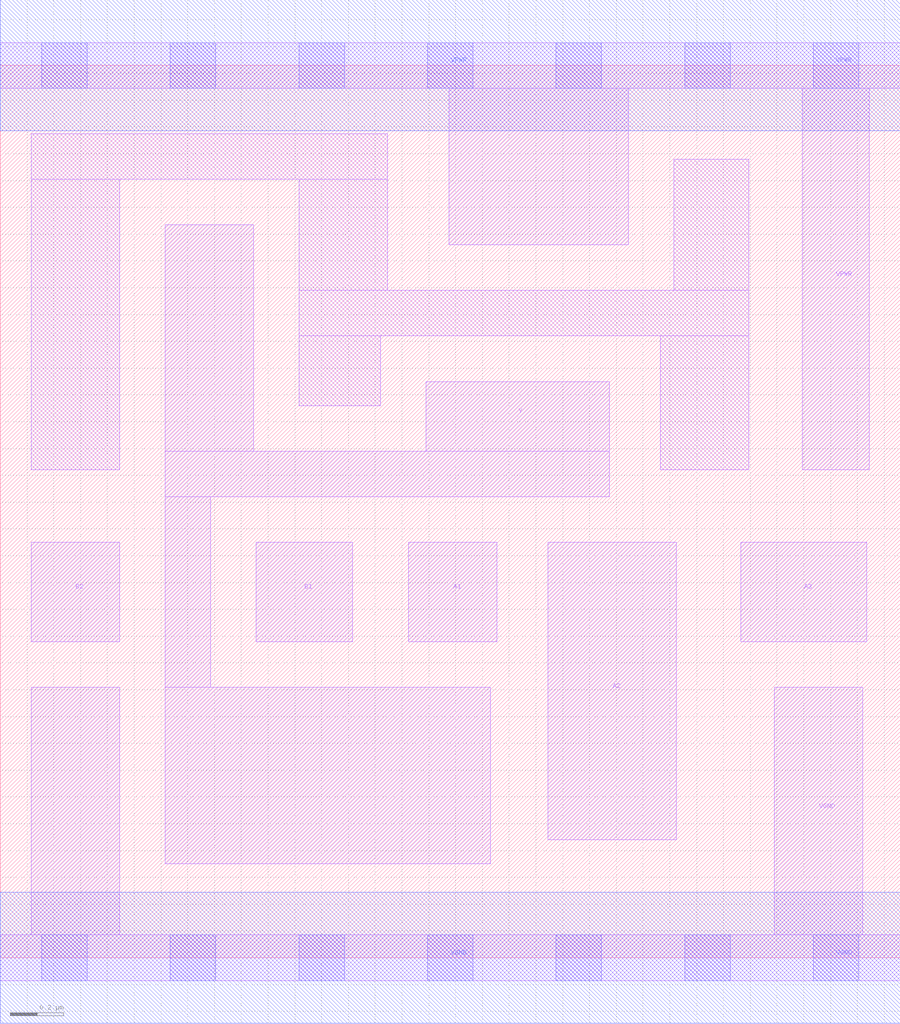
<source format=lef>
# Copyright 2020 The SkyWater PDK Authors
#
# Licensed under the Apache License, Version 2.0 (the "License");
# you may not use this file except in compliance with the License.
# You may obtain a copy of the License at
#
#     https://www.apache.org/licenses/LICENSE-2.0
#
# Unless required by applicable law or agreed to in writing, software
# distributed under the License is distributed on an "AS IS" BASIS,
# WITHOUT WARRANTIES OR CONDITIONS OF ANY KIND, either express or implied.
# See the License for the specific language governing permissions and
# limitations under the License.
#
# SPDX-License-Identifier: Apache-2.0

VERSION 5.7 ;
  NAMESCASESENSITIVE ON ;
  NOWIREEXTENSIONATPIN ON ;
  DIVIDERCHAR "/" ;
  BUSBITCHARS "[]" ;
UNITS
  DATABASE MICRONS 200 ;
END UNITS
MACRO sky130_fd_sc_ms__a32oi_1
  CLASS CORE ;
  SOURCE USER ;
  FOREIGN sky130_fd_sc_ms__a32oi_1 ;
  ORIGIN  0.000000  0.000000 ;
  SIZE  3.360000 BY  3.330000 ;
  SYMMETRY X Y ;
  SITE unit ;
  PIN A1
    ANTENNAGATEAREA  0.312600 ;
    DIRECTION INPUT ;
    USE SIGNAL ;
    PORT
      LAYER li1 ;
        RECT 1.525000 1.180000 1.855000 1.550000 ;
    END
  END A1
  PIN A2
    ANTENNAGATEAREA  0.312600 ;
    DIRECTION INPUT ;
    USE SIGNAL ;
    PORT
      LAYER li1 ;
        RECT 2.045000 0.440000 2.525000 1.550000 ;
    END
  END A2
  PIN A3
    ANTENNAGATEAREA  0.312600 ;
    DIRECTION INPUT ;
    USE SIGNAL ;
    PORT
      LAYER li1 ;
        RECT 2.765000 1.180000 3.235000 1.550000 ;
    END
  END A3
  PIN B1
    ANTENNAGATEAREA  0.312600 ;
    DIRECTION INPUT ;
    USE SIGNAL ;
    PORT
      LAYER li1 ;
        RECT 0.955000 1.180000 1.315000 1.550000 ;
    END
  END B1
  PIN B2
    ANTENNAGATEAREA  0.312600 ;
    DIRECTION INPUT ;
    USE SIGNAL ;
    PORT
      LAYER li1 ;
        RECT 0.115000 1.180000 0.445000 1.550000 ;
    END
  END B2
  PIN Y
    ANTENNADIFFAREA  0.965200 ;
    DIRECTION OUTPUT ;
    USE SIGNAL ;
    PORT
      LAYER li1 ;
        RECT 0.615000 0.350000 1.830000 1.010000 ;
        RECT 0.615000 1.010000 0.785000 1.720000 ;
        RECT 0.615000 1.720000 2.275000 1.890000 ;
        RECT 0.615000 1.890000 0.945000 2.735000 ;
        RECT 1.590000 1.890000 2.275000 2.150000 ;
    END
  END Y
  PIN VGND
    DIRECTION INOUT ;
    USE GROUND ;
    PORT
      LAYER li1 ;
        RECT 0.000000 -0.085000 3.360000 0.085000 ;
        RECT 0.115000  0.085000 0.445000 1.010000 ;
        RECT 2.890000  0.085000 3.220000 1.010000 ;
      LAYER mcon ;
        RECT 0.155000 -0.085000 0.325000 0.085000 ;
        RECT 0.635000 -0.085000 0.805000 0.085000 ;
        RECT 1.115000 -0.085000 1.285000 0.085000 ;
        RECT 1.595000 -0.085000 1.765000 0.085000 ;
        RECT 2.075000 -0.085000 2.245000 0.085000 ;
        RECT 2.555000 -0.085000 2.725000 0.085000 ;
        RECT 3.035000 -0.085000 3.205000 0.085000 ;
      LAYER met1 ;
        RECT 0.000000 -0.245000 3.360000 0.245000 ;
    END
  END VGND
  PIN VPWR
    DIRECTION INOUT ;
    USE POWER ;
    PORT
      LAYER li1 ;
        RECT 0.000000 3.245000 3.360000 3.415000 ;
        RECT 1.675000 2.660000 2.345000 3.245000 ;
        RECT 2.995000 1.820000 3.245000 3.245000 ;
      LAYER mcon ;
        RECT 0.155000 3.245000 0.325000 3.415000 ;
        RECT 0.635000 3.245000 0.805000 3.415000 ;
        RECT 1.115000 3.245000 1.285000 3.415000 ;
        RECT 1.595000 3.245000 1.765000 3.415000 ;
        RECT 2.075000 3.245000 2.245000 3.415000 ;
        RECT 2.555000 3.245000 2.725000 3.415000 ;
        RECT 3.035000 3.245000 3.205000 3.415000 ;
      LAYER met1 ;
        RECT 0.000000 3.085000 3.360000 3.575000 ;
    END
  END VPWR
  OBS
    LAYER li1 ;
      RECT 0.115000 1.820000 0.445000 2.905000 ;
      RECT 0.115000 2.905000 1.445000 3.075000 ;
      RECT 1.115000 2.060000 1.420000 2.320000 ;
      RECT 1.115000 2.320000 2.795000 2.490000 ;
      RECT 1.115000 2.490000 1.445000 2.905000 ;
      RECT 2.465000 1.820000 2.795000 2.320000 ;
      RECT 2.515000 2.490000 2.795000 2.980000 ;
  END
END sky130_fd_sc_ms__a32oi_1

</source>
